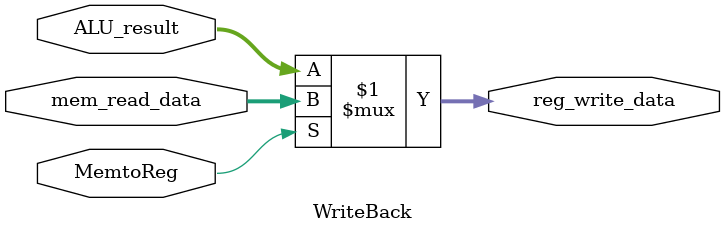
<source format=v>
module WriteBack (
    input [31:0] ALU_result,
    input [31:0] mem_read_data,
    input MemtoReg,
    output [31:0] reg_write_data
);
    assign reg_write_data = MemtoReg ? mem_read_data : ALU_result;
endmodule
</source>
